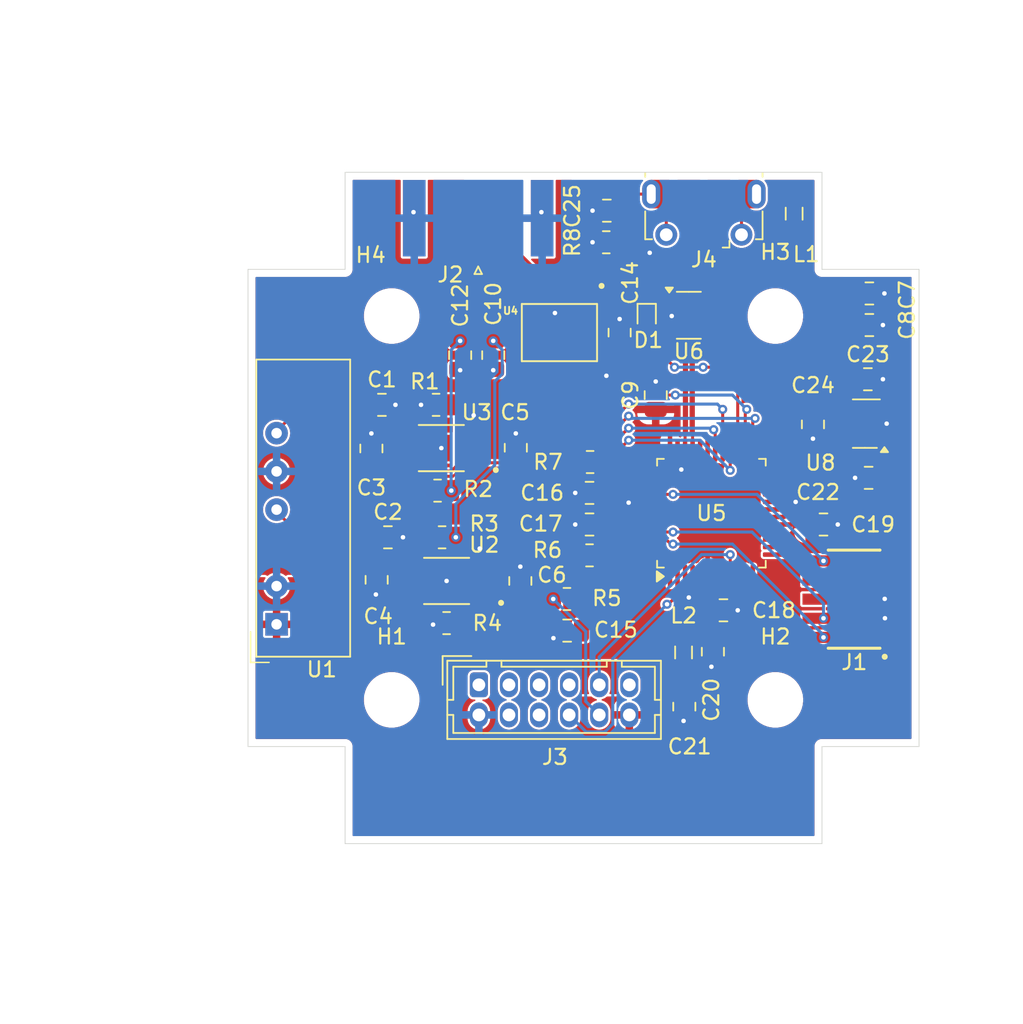
<source format=kicad_pcb>
(kicad_pcb (version 20240108) (generator "pcbnew") (generator_version "8.0")
  (layers (0 "F.Cu" signal) (31 "B.Cu" signal) (34 "B.Paste" user) (35 "F.Paste" user) (36 "B.SilkS" user "B.Silkscreen") (37 "F.SilkS" user "F.Silkscreen") (38 "B.Mask" user) (39 "F.Mask" user) (44 "Edge.Cuts" user))
  (net 0 "")
  (net 1 "+15V")
  (net 2 "GND")
  (net 3 "-15V")
  (net 4 "Net-(U3-NR{slash}SS)")
  (net 5 "Net-(U2-NR{slash}SS)")
  (net 6 "+12V")
  (net 7 "-12V")
  (net 8 "+5V")
  (net 9 "+3.3V")
  (net 10 "S_OUT")
  (net 11 "Net-(U5-VDDCORE)")
  (net 12 "SWDIO")
  (net 16 "SWDCLK")
  (net 17 "Net-(J2-In)")
  (net 21 "S_DIN")
  (net 22 "Net-(J3-Pin_10)")
  (net 24 "S_CLK")
  (net 27 "+5V_USB")
  (net 28 "Net-(U3-FB)")
  (net 29 "Net-(U2-FB)")
  (net 33 "SYNC")
  (net 35 "CLK")
  (net 36 "LDAC")
  (net 37 "MISO")
  (net 39 "MOSI")
  (net 41 "ID")
  (net 42 "Net-(D1-K)")
  (net 43 "RESET")
  (net 46 "Net-(J4-D+)")
  (net 47 "Net-(J4-D-)")
  (net 51 "D-")
  (net 68 "D+")
  (net 73 "Net-(J4-Shield)")
  (net 74 "VDD")
  (net 75 "Net-(U8-BP)")
  (footprint "Converter_DCDC:Converter_DCDC_Murata_NMAxxxxSC_THT" (layer "F.Cu") (at 125.5 105.3825 180)
    (property "Reference" "U1")
    (property "Value" "NMA0515SC")
  )
  (footprint "Capacitor_SMD:C_0805_2012Metric" (layer "F.Cu") (at 150.7 90.15 90)
    (property "Reference" "C9")
    (property "Value" "100n")
  )
  (footprint "Capacitor_SMD:C_0805_2012Metric" (layer "F.Cu") (at 164.9 83.4 180)
    (property "Reference" "C7")
    (property "Value" "10u")
  )
  (footprint "Capacitor_SMD:C_0805_2012Metric" (layer "F.Cu") (at 147.45 77.9)
    (property "Reference" "C25")
    (property "Value" "4.5n")
  )
  (footprint "Resistor_SMD:R_0805_2012Metric" (layer "F.Cu") (at 147.4125 80 180)
    (property "Reference" "R8")
    (property "Value" "1M")
  )
  (footprint "MountingHole:MountingHole_3.2mm_M3" (layer "F.Cu") (at 158.65 110.4)
    (property "Reference" "H2")
    (property "Value" "MountingHole")
  )
  (footprint "Capacitor_SMD:C_0805_2012Metric" (layer "F.Cu") (at 141.4 93.65 90)
    (property "Reference" "C5")
    (property "Value" "10u")
  )
  (footprint "Capacitor_SMD:C_0805_2012Metric" (layer "F.Cu") (at 139.9 87.5 -90)
    (property "Reference" "C10")
    (property "Value" "100n")
  )
  (footprint "Capacitor_SMD:C_0805_2012Metric" (layer "F.Cu") (at 137.7 87.5 -90)
    (property "Reference" "C12")
    (property "Value" "100n")
  )
  (footprint "Capacitor_SMD:C_0805_2012Metric" (layer "F.Cu") (at 141.7 102.5 90)
    (property "Reference" "C6")
    (property "Value" "10u")
  )
  (footprint "Capacitor_SMD:C_0805_2012Metric" (layer "F.Cu") (at 161.85 98.75)
    (property "Reference" "C19")
    (property "Value" "100n")
  )
  (footprint "Capacitor_SMD:C_0805_2012Metric" (layer "F.Cu") (at 164.85 95.65)
    (property "Reference" "C22")
    (property "Value" "1u")
  )
  (footprint "Capacitor_SMD:C_0805_2012Metric" (layer "F.Cu") (at 146.3 98.75 180)
    (property "Reference" "C17")
    (property "Value" "100n")
  )
  (footprint "Capacitor_SMD:C_0805_2012Metric" (layer "F.Cu") (at 164.8 89.1 180)
    (property "Reference" "C23")
    (property "Value" "1u")
  )
  (footprint "Resistor_SMD:R_0805_2012Metric" (layer "F.Cu") (at 146.3375 94.6)
    (property "Reference" "R7")
    (property "Value" "10k")
  )
  (footprint "Resistor_SMD:R_0805_2012Metric" (layer "F.Cu") (at 136.8 105.3 180)
    (property "Reference" "R4")
    (property "Value" "10k")
  )
  (footprint "Capacitor_SMD:C_0805_2012Metric" (layer "F.Cu") (at 148.3 86 90)
    (property "Reference" "C14")
    (property "Value" "100n")
  )
  (footprint "Connector_USB:USB_Micro-B_Molex-105017-0001" (layer "F.Cu") (at 153.9 78.0375 180)
    (property "Reference" "J4")
    (property "Value" "USB_B_Micro")
  )
  (footprint "Capacitor_SMD:C_0805_2012Metric" (layer "F.Cu") (at 131.8 93.7 90)
    (property "Reference" "C3")
    (property "Value" "10n")
  )
  (footprint "Capacitor_SMD:C_0805_2012Metric" (layer "F.Cu") (at 146.3 96.65)
    (property "Reference" "C16")
    (property "Value" "1u")
  )
  (footprint "TPS7A3001DGNT:SOP65P490X110-9N" (layer "F.Cu") (at 136.45 93.675 180)
    (property "Reference" "U3")
    (property "Value" "TPS7A4901DGNR")
  )
  (footprint "Capacitor_SMD:C_0805_2012Metric" (layer "F.Cu") (at 152.6 110.85 -90)
    (property "Reference" "C21")
    (property "Value" "10u")
  )
  (footprint "MountingHole:MountingHole_3.2mm_M3" (layer "F.Cu") (at 133.15 110.4)
    (property "Reference" "H1")
    (property "Value" "MountingHole")
  )
  (footprint "Package_TO_SOT_SMD:SOT-23-6" (layer "F.Cu") (at 152.9 84.85)
    (property "Reference" "U6")
    (property "Value" "IP4234CZ6")
  )
  (footprint "Capacitor_SMD:C_0805_2012Metric" (layer "F.Cu") (at 132.5 90.8)
    (property "Reference" "C1")
    (property "Value" "10u")
  )
  (footprint "Resistor_SMD:R_0805_2012Metric" (layer "F.Cu") (at 136.1 90.8 180)
    (property "Reference" "R1")
    (property "Value" "10k")
  )
  (footprint "Capacitor_SMD:C_0805_2012Metric" (layer "F.Cu") (at 164.9 85.5)
    (property "Reference" "C8")
    (property "Value" "100n")
  )
  (footprint "Capacitor_SMD:C_0805_2012Metric" (layer "F.Cu") (at 154.5 107.2 -90)
    (property "Reference" "C20")
    (property "Value" "10u")
  )
  (footprint "MountingHole:MountingHole_3.2mm_M3" (layer "F.Cu") (at 158.65 84.9)
    (property "Reference" "H3")
    (property "Value" "MountingHole")
  )
  (footprint "Capacitor_SMD:C_0805_2012Metric" (layer "F.Cu") (at 161.15 92.1 90)
    (property "Reference" "C24")
    (property "Value" "10n")
  )
  (footprint "Capacitor_SMD:C_0805_2012Metric" (layer "F.Cu") (at 132.9 99.6)
    (property "Reference" "C2")
    (property "Value" "10u")
  )
  (footprint "Connector_Hirose:Hirose_DF11-12DP-2DSA_2x06_P2.00mm_Vertical" (layer "F.Cu") (at 138.945 109.4)
    (property "Reference" "J3")
    (property "Value" "Conn_02x06_Counter_Clockwise")
  )
  (footprint "MountingHole:MountingHole_3.2mm_M3" (layer "F.Cu") (at 133.15 84.9)
    (property "Reference" "H4")
    (property "Value" "MountingHole")
  )
  (footprint "Package_QFP:TQFP-48_7x7mm_P0.5mm" (layer "F.Cu") (at 154.4 98 90)
    (property "Reference" "U5")
    (property "Value" "ATSAMD21G18A-A")
  )
  (footprint "Capacitor_SMD:C_0805_2012Metric" (layer "F.Cu") (at 155.2 104.45)
    (property "Reference" "C18")
    (property "Value" "100n")
  )
  (footprint "FTSH-105-01-F-DV-P-TR:SAMTEC_FTSH-105-01-F-DV-P-TR" (layer "F.Cu") (at 163.885 103.71 90)
    (property "Reference" "J1")
    (property "Value" "FTSH-105-01-F-DV-P-TR" (hide yes))
  )
  (footprint "Resistor_SMD:R_0805_2012Metric" (layer "F.Cu") (at 136.2 96.5 180)
    (property "Reference" "R2")
    (property "Value" "93.1k")
  )
  (footprint "Diode_SMD:D_SOD-882" (layer "F.Cu") (at 150.1 84.9 -90)
    (property "Reference" "D1")
    (property "Value" "PMEG2005EL")
  )
  (footprint "AD5761RBRUZ-RL7:SOP65P640X120-16N" (layer "F.Cu") (at 144.3 86 -90)
    (property "Reference" "U4")
    (property "Value" "AD5761RBRUZ-RL7")
  )
  (footprint "Resistor_SMD:R_0805_2012Metric" (layer "F.Cu") (at 146.3 100.8)
    (property "Reference" "R6")
    (property "Value" "10k")
  )
  (footprint "Capacitor_SMD:C_0805_2012Metric" (layer "F.Cu") (at 132.15 102.425 -90)
    (property "Reference" "C4")
    (property "Value" "10n")
  )
  (footprint "Resistor_SMD:R_0805_2012Metric" (layer "F.Cu") (at 144.8 103.7)
    (property "Reference" "R5")
    (property "Value" "1.5k")
  )
  (footprint "Inductor_SMD:L_0805_2012Metric" (layer "F.Cu") (at 152.55 107.25 -90)
    (property "Reference" "L2")
    (property "Value" "10u")
  )
  (footprint "Package_TO_SOT_SMD:SOT-23-5_HandSoldering" (layer "F.Cu") (at 164.7 92.05 180)
    (property "Reference" "U8")
    (property "Value" "LDK130-32_SOT23_SOT353")
  )
  (footprint "TPS7A3001DGNT:SOP65P490X110-9N" (layer "F.Cu") (at 136.8 102.5 180)
    (property "Reference" "U2")
    (property "Value" "TPS7A3001DGNT")
  )
  (footprint "Resistor_SMD:R_0805_2012Metric" (layer "F.Cu") (at 136.5 99.6 180)
    (property "Reference" "R3")
    (property "Value" "93.1k")
  )
  (footprint "Capacitor_SMD:C_0805_2012Metric" (layer "F.Cu") (at 144.8125 105.8 180)
    (property "Reference" "C15")
    (property "Value" "100p")
  )
  (footprint "Inductor_SMD:L_0805_2012Metric" (layer "F.Cu") (at 159.9 78.1 -90)
    (property "Reference" "L1")
    (property "Value" "10u")
  )
  (footprint "Connector_Coaxial:SMA_Amphenol_132289_EdgeMount" (layer "F.Cu") (at 138.9 78.4 90)
    (property "Reference" "J2")
    (property "Value" "Conn_Coaxial")
  )
  (gr_line (start 161.75 119.95) (end 161.75 113.5) (stroke (width 0.05)) (layer "Edge.Cuts"))
  (gr_line (start 168.2 81.8) (end 168.2 113.5) (stroke (width 0.05)) (layer "Edge.Cuts"))
  (gr_line (start 161.75 113.5) (end 168.2 113.5) (stroke (width 0.05)) (layer "Edge.Cuts"))
  (gr_line (start 123.6 113.5) (end 123.6 81.8) (stroke (width 0.05)) (layer "Edge.Cuts"))
  (gr_line (start 130.05 75.35) (end 161.75 75.35) (stroke (width 0.05)) (layer "Edge.Cuts"))
  (gr_line (start 168.2 81.8) (end 161.75 81.8) (stroke (width 0.05)) (layer "Edge.Cuts"))
  (gr_line (start 161.75 75.35) (end 161.75 81.8) (stroke (width 0.05)) (layer "Edge.Cuts"))
  (gr_line (start 161.75 119.95) (end 130.05 119.95) (stroke (width 0.05)) (layer "Edge.Cuts"))
  (gr_line (start 123.6 81.8) (end 130.05 81.8) (stroke (width 0.05)) (layer "Edge.Cuts"))
  (gr_line (start 130.05 75.35) (end 130.05 81.8) (stroke (width 0.05)) (layer "Edge.Cuts"))
  (gr_line (start 130.05 119.95) (end 130.05 113.5) (stroke (width 0.05)) (layer "Edge.Cuts"))
  (gr_line (start 123.6 113.5) (end 130.05 113.5) (stroke (width 0.05)) (layer "Edge.Cuts"))
  (segment (start 135.335 93.000001) (end 135.034999 92.7) (width 0.2) (layer "F.Cu") (net 1))
  (segment (start 135.015778 94.65) (end 135.335 94.330778) (width 0.2) (layer "F.Cu") (net 1))
  (segment (start 134.3 94.65) (end 135.015778 94.65) (width 0.2) (layer "F.Cu") (net 1))
  (segment (start 134.3 94.65) (end 133.565001 94.65) (width 0.2) (layer "F.Cu") (net 1))
  (segment (start 131.55 90.8) (end 132.975 92.225) (width 0.2) (layer "F.Cu") (net 1))
  (segment (start 132.975 92.225) (end 133.45 92.7) (width 0.2) (layer "F.Cu") (net 1))
  (segment (start 125.3675 92.6825) (end 127.25 90.8) (width 0.2) (layer "F.Cu") (net 1))
  (segment (start 135.335 94.330778) (end 135.335 93.000001) (width 0.2) (layer "F.Cu") (net 1))
  (segment (start 127.25 90.8) (end 131.55 90.8) (width 0.2) (layer "F.Cu") (net 1))
  (segment (start 133.45 92.7) (end 134.3 92.7) (width 0.2) (layer "F.Cu") (net 1))
  (segment (start 135.034999 92.7) (end 134.3 92.7) (width 0.2) (layer "F.Cu") (net 1))
  (segment (start 153.65 102.1625) (end 153.65 102.93241) (width 0.2) (layer "F.Cu") (net 2))
  (segment (start 152.15 94.85) (end 152.4 95.1) (width 0.2) (layer "F.Cu") (net 2))
  (segment (start 159.33241 98.25) (end 160 97.58241) (width 0.2) (layer "F.Cu") (net 2))
  (segment (start 152.6 79.749569) (end 152.6 79.5) (width 0.2) (layer "F.Cu") (net 2))
  (segment (start 143.975 84.675) (end 144 84.7) (width 0.2) (layer "F.Cu") (net 2))
  (segment (start 149.35 97.75) (end 148.9 97.3) (width 0.2) (layer "F.Cu") (net 2))
  (segment (start 151.649569 80.7) (end 152.6 79.749569) (width 0.2) (layer "F.Cu") (net 2))
  (segment (start 150.2375 97.75) (end 149.35 97.75) (width 0.2) (layer "F.Cu") (net 2))
  (segment (start 147.42 88.87) (end 146.575 88.87) (width 0.2) (layer "F.Cu") (net 2))
  (segment (start 152.15 93.8375) (end 152.15 94.85) (width 0.2) (layer "F.Cu") (net 2))
  (segment (start 158.5625 98.25) (end 159.33241 98.25) (width 0.2) (layer "F.Cu") (net 2))
  (segment (start 150.3 80.7) (end 151.649569 80.7) (width 0.2) (layer "F.Cu") (net 2))
  (segment (start 138.6 91.5) (end 138.6 92.7) (width 0.2) (layer "F.Cu") (net 2))
  (segment (start 139 100.35) (end 139 101.475) (width 0.2) (layer "F.Cu") (net 2))
  (segment (start 143.975 83.13) (end 143.975 84.675) (width 0.2) (layer "F.Cu") (net 2))
  (segment (start 160 97.58241) (end 160 97.25) (width 0.2) (layer "F.Cu") (net 2))
  (segment (start 139 101.475) (end 138.95 101.525) (width 0.2) (layer "F.Cu") (net 2))
  (segment (start 152.98241 103.6) (end 152.9 103.6) (width 0.2) (layer "F.Cu") (net 2))
  (segment (start 153.65 102.93241) (end 152.98241 103.6) (width 0.2) (layer "F.Cu") (net 2))
  (via (at 152.4 95.1) (size 0.6) (drill 0.3) (layers "F.Cu" "B.Cu") (net 2))
  (via (at 133.4 90.8) (size 0.6) (drill 0.3) (layers "F.Cu" "B.Cu") (net 2))
  (via (at 132.1 103.4) (size 0.6) (drill 0.3) (layers "F.Cu" "B.Cu") (net 2))
  (via (at 165.92 103.69) (size 0.6) (drill 0.3) (layers "F.Cu" "B.Cu") (net 2))
  (via (at 136.8 102.5) (size 0.6) (drill 0.3) (layers "F.Cu" "B.Cu") (net 2))
  (via (at 152.9 103.6) (size 0.6) (drill 0.3) (layers "F.Cu" "B.Cu") (net 2))
  (via (at 162.8 98.75) (size 0.6) (drill 0.3) (layers "F.Cu" "B.Cu") (net 2))
  (via (at 143.1 78) (size 0.6) (drill 0.3) (layers "F.Cu" "B.Cu") (net 2))
  (via (at 150.3 80.7) (size 0.6) (drill 0.3) (layers "F.Cu" "B.Cu") (net 2))
  (via (at 141.4 92.7) (size 0.6) (drill 0.3) (layers "F.Cu" "B.Cu") (net 2))
  (via (at 165.935 104.9775) (size 0.6) (drill 0.3) (layers "F.Cu" "B.Cu") (net 2))
  (via (at 161.15 93.05) (size 0.6) (drill 0.3) (layers "F.Cu" "B.Cu") (net 2))
  (via (at 150.7 89.25) (size 0.6) (drill 0.3) (layers "F.Cu" "B.Cu") (net 2))
  (via (at 148.3 85.1) (size 0.6) (drill 0.3) (layers "F.Cu" "B.Cu") (net 2))
  (via (at 156.15 104.45) (size 0.6) (drill 0.3) (layers "F.Cu" "B.Cu") (net 2))
  (via (at 165.8 89.1) (size 0.6) (drill 0.3) (layers "F.Cu" "B.Cu") (net 2))
  (via (at 145.35 96.65) (size 0.6) (drill 0.3) (layers "F.Cu" "B.Cu") (net 2))
  (via (at 134.6 78) (size 0.6) (drill 0.3) (layers "F.Cu" "B.Cu") (net 2))
  (via (at 148.9 97.3) (size 0.6) (drill 0.3) (layers "F.Cu" "B.Cu") (net 2))
  (via (at 165.9 83.4) (size 0.6) (drill 0.3) (layers "F.Cu" "B.Cu") (net 2))
  (via (at 131.8 92.7) (size 0.6) (drill 0.3) (layers "F.Cu" "B.Cu") (net 2))
  (via (at 141.7 101.55) (size 0.6) (drill 0.3) (layers "F.Cu" "B.Cu") (net 2))
  (via (at 135.1 90.8) (size 0.6) (drill 0.3) (layers "F.Cu" "B.Cu") (net 2))
  (via (at 160 97.25) (size 0.6) (drill 0.3) (layers "F.Cu" "B.Cu") (net 2))
  (via (at 146.5 80) (size 0.6) (drill 0.3) (layers "F.Cu" "B.Cu") (net 2))
  (via (at 166.05 92.05) (size 0.6) (drill 0.3) (layers "F.Cu" "B.Cu") (net 2))
  (via (at 135.9 105.4) (size 0.6) (drill 0.3) (layers "F.Cu" "B.Cu") (net 2))
  (via (at 139.9 88.5) (size 0.6) (drill 0.3) (layers "F.Cu" "B.Cu") (net 2))
  (via (at 143.9 106.3) (size 0.6) (drill 0.3) (layers "F.Cu" "B.Cu") (net 2))
  (via (at 163.95 95.65) (size 0.6) (drill 0.3) (layers "F.Cu" "B.Cu") (net 2))
  (via (at 146.5 77.9) (size 0.6) (drill 0.3) (layers "F.Cu" "B.Cu") (net 2))
  (via (at 136.45 93.675) (size 0.6) (drill 0.3) (layers "F.Cu" "B.Cu") (net 2))
  (via (at 145.35 98.75) (size 0.6) (drill 0.3) (layers "F.Cu" "B.Cu") (net 2))
  (via (at 151.7625 84.9) (size 0.6) (drill 0.3) (layers "F.Cu" "B.Cu") (net 2))
  (via (at 147.42 88.87) (size 0.6) (drill 0.3) (layers "F.Cu" "B.Cu") (net 2))
  (via (at 133.9 99.6) (size 0.6) (drill 0.3) (layers "F.Cu" "B.Cu") (net 2))
  (via (at 165.8 85.5) (size 0.6) (drill 0.3) (layers "F.Cu" "B.Cu") (net 2))
  (via (at 139 100.35) (size 0.6) (drill 0.3) (layers "F.Cu" "B.Cu") (net 2))
  (via (at 154.4 108.2) (size 0.6) (drill 0.3) (layers "F.Cu" "B.Cu") (net 2))
  (via (at 152.55 111.8) (size 0.6) (drill 0.3) (layers "F.Cu" "B.Cu") (net 2))
  (via (at 137.7 88.5) (size 0.6) (drill 0.3) (layers "F.Cu" "B.Cu") (net 2))
  (via (at 138.6 91.5) (size 0.6) (drill 0.3) (layers "F.Cu" "B.Cu") (net 2))
  (via (at 144 84.7) (size 0.6) (drill 0.3) (layers "F.Cu" "B.Cu") (net 2))
  (segment (start 135.384999 101.525) (end 135.685 101.825001) (width 0.2) (layer "F.Cu") (net 3))
  (segment (start 127.205 99.6) (end 131.95 99.6) (width 0.2) (layer "F.Cu") (net 3))
  (segment (start 134.65 101.525) (end 135.384999 101.525) (width 0.2) (layer "F.Cu") (net 3))
  (segment (start 135.365778 103.475) (end 134.65 103.475) (width 0.2) (layer "F.Cu") (net 3))
  (segment (start 125.3675 97.7625) (end 127.205 99.6) (width 0.2) (layer "F.Cu") (net 3))
  (segment (start 135.685 101.825001) (end 135.685 103.155778) (width 0.2) (layer "F.Cu") (net 3))
  (segment (start 133.375 101.025) (end 133.875 101.525) (width 0.2) (layer "F.Cu") (net 3))
  (segment (start 133.875 101.525) (end 134.65 101.525) (width 0.2) (layer "F.Cu") (net 3))
  (segment (start 131.95 99.6) (end 133.375 101.025) (width 0.2) (layer "F.Cu") (net 3))
  (segment (start 135.685 103.155778) (end 135.365778 103.475) (width 0.2) (layer "F.Cu") (net 3))
  (segment (start 131.8 94.65) (end 133.1 93.35) (width 0.2) (layer "F.Cu") (net 4))
  (segment (start 133.1 93.35) (end 134.3 93.35) (width 0.2) (layer "F.Cu") (net 4))
  (segment (start 132.15 101.475) (end 132.85 102.175) (width 0.2) (layer "F.Cu") (net 5))
  (segment (start 132.85 102.175) (end 134.65 102.175) (width 0.2) (layer "F.Cu") (net 5))
  (segment (start 141.6 94.65) (end 138.6 94.65) (width 0.2) (layer "F.Cu") (net 6))
  (segment (start 137.1125 96.5) (end 137.1125 96.1375) (width 0.2) (layer "F.Cu") (net 6))
  (segment (start 142.025 83.13) (end 141.12 83.13) (width 0.2) (layer "F.Cu") (net 6))
  (segment (start 141.12 83.13) (end 137.7 86.55) (width 0.2) (layer "F.Cu") (net 6))
  (segment (start 137.1125 96.1375) (end 138.6 94.65) (width 0.2) (layer "F.Cu") (net 6))
  (via (at 137.1125 96.5) (size 0.6) (drill 0.3) (layers "F.Cu" "B.Cu") (net 6))
  (via (at 137.7 86.55) (size 0.6) (drill 0.3) (layers "F.Cu" "B.Cu") (net 6))
  (segment (start 137.1 96.4875) (end 137.1 87.15) (width 0.2) (layer "B.Cu") (net 6))
  (segment (start 137.1 87.15) (end 137.7 86.55) (width 0.2) (layer "B.Cu") (net 6))
  (segment (start 137.1125 96.5) (end 137.1 96.4875) (width 0.2) (layer "B.Cu") (net 6))
  (segment (start 140.690001 103.45) (end 140.2 102.959999) (width 0.2) (layer "F.Cu") (net 7))
  (segment (start 139.9 86.55) (end 140.53918 86.55) (width 0.2) (layer "F.Cu") (net 7))
  (segment (start 140.53918 86.55) (end 143.325 83.76418) (width 0.2) (layer "F.Cu") (net 7))
  (segment (start 143.325 83.76418) (end 143.325 83.13) (width 0.2) (layer "F.Cu") (net 7))
  (segment (start 140.2 100.2) (end 140.2 102.959999) (width 0.2) (layer "F.Cu") (net 7))
  (segment (start 140.2 102.959999) (end 139.684999 103.475) (width 0.2) (layer "F.Cu") (net 7))
  (segment (start 139.684999 103.475) (end 138.95 103.475) (width 0.2) (layer "F.Cu") (net 7))
  (segment (start 141.8 103.45) (end 140.690001 103.45) (width 0.2) (layer "F.Cu") (net 7))
  (segment (start 139.6 99.6) (end 140.2 100.2) (width 0.2) (layer "F.Cu") (net 7))
  (segment (start 137.4125 99.6) (end 139.6 99.6) (width 0.2) (layer "F.Cu") (net 7))
  (via (at 139.9 86.55) (size 0.6) (drill 0.3) (layers "F.Cu" "B.Cu") (net 7))
  (via (at 137.4125 99.6) (size 0.6) (drill 0.3) (layers "F.Cu" "B.Cu") (net 7))
  (segment (start 140 89.248529) (end 140.5 88.748529) (width 0.2) (layer "B.Cu") (net 7))
  (segment (start 140.5 87.15) (end 139.9 86.55) (width 0.2) (layer "B.Cu") (net 7))
  (segment (start 137.4125 97.3875) (end 140 94.8) (width 0.2) (layer "B.Cu") (net 7))
  (segment (start 140.5 88.748529) (end 140.5 87.15) (width 0.2) (layer "B.Cu") (net 7))
  (segment (start 140 94.8) (end 140 89.248529) (width 0.2) (layer "B.Cu") (net 7))
  (segment (start 137.4125 99.6) (end 137.4125 97.3875) (width 0.2) (layer "B.Cu") (net 7))
  (segment (start 145.7625 103.75) (end 145.7125 103.7) (width 0.2) (layer "F.Cu") (net 10))
  (segment (start 148.35 101.575) (end 148.35 100.75) (width 0.2) (layer "F.Cu") (net 10))
  (segment (start 148.35 100.75) (end 148.85 100.25) (width 0.2) (layer "F.Cu") (net 10))
  (segment (start 148.85 100.25) (end 150.2375 100.25) (width 0.2) (layer "F.Cu") (net 10))
  (segment (start 145.7625 105.8) (end 145.7625 103.75) (width 0.2) (layer "F.Cu") (net 10))
  (segment (start 146.225 103.7) (end 148.35 101.575) (width 0.2) (layer "F.Cu") (net 10))
  (segment (start 145.7125 103.7) (end 146.225 103.7) (width 0.2) (layer "F.Cu") (net 10))
  (segment (start 145.7625 106.2) (end 145.7625 105.621814) (width 0.2) (layer "F.Cu") (net 10))
  (segment (start 148.85 98.25) (end 150.2375 98.25) (width 0.2) (layer "F.Cu") (net 11))
  (segment (start 147.25 96.65) (end 148.85 98.25) (width 0.2) (layer "F.Cu") (net 11))
  (segment (start 151.85 100.050003) (end 151.700003 100.050003) (width 0.2) (layer "F.Cu") (net 12))
  (segment (start 151.700003 100.050003) (end 151.4 99.75) (width 0.2) (layer "F.Cu") (net 12))
  (segment (start 151.4 99.75) (end 150.2375 99.75) (width 0.2) (layer "F.Cu") (net 12))
  (via (at 161.85 106.25) (size 0.6) (drill 0.3) (layers "F.Cu" "B.Cu") (net 12))
  (via (at 151.85 100.050003) (size 0.6) (drill 0.3) (layers "F.Cu" "B.Cu") (net 12))
  (segment (start 161.85 106.101471) (end 155.798532 100.050003) (width 0.2) (layer "B.Cu") (net 12))
  (segment (start 161.85 106.25) (end 161.85 106.101471) (width 0.2) (layer "B.Cu") (net 12))
  (segment (start 155.798532 100.050003) (end 151.85 100.050003) (width 0.2) (layer "B.Cu") (net 12))
  (segment (start 151.85 99.25) (end 150.2375 99.25) (width 0.2) (layer "F.Cu") (net 16))
  (segment (start 147.2125 100.8) (end 148.7625 99.25) (width 0.2) (layer "F.Cu") (net 16))
  (segment (start 148.7625 99.25) (end 150.2375 99.25) (width 0.2) (layer "F.Cu") (net 16))
  (via (at 161.85 104.98) (size 0.6) (drill 0.3) (layers "F.Cu" "B.Cu") (net 16))
  (via (at 151.85 99.25) (size 0.6) (drill 0.3) (layers "F.Cu" "B.Cu") (net 16))
  (segment (start 157.1 99.25) (end 151.85 99.25) (width 0.2) (layer "B.Cu") (net 16))
  (segment (start 161.85 104.98) (end 161.85 104) (width 0.2) (layer "B.Cu") (net 16))
  (segment (start 161.85 104) (end 157.1 99.25) (width 0.2) (layer "B.Cu") (net 16))
  (segment (start 142.675 81.775) (end 142.675 83.13) (width 0.2) (layer "F.Cu") (net 17))
  (segment (start 138.9 78) (end 142.675 81.775) (width 0.2) (layer "F.Cu") (net 17))
  (segment (start 155.65 100.75) (end 155.65 102.1625) (width 0.2) (layer "F.Cu") (net 21))
  (via (at 155.65 100.75) (size 0.6) (drill 0.3) (layers "F.Cu" "B.Cu") (net 21))
  (segment (start 146.945 109.4) (end 146.945 107.555) (width 0.2) (layer "B.Cu") (net 21))
  (segment (start 146.945 107.555) (end 153.75 100.75) (width 0.2) (layer "B.Cu") (net 21))
  (segment (start 153.75 100.75) (end 155.65 100.75) (width 0.2) (layer "B.Cu") (net 21))
  (via (at 143.8875 103.7) (size 0.6) (drill 0.3) (layers "F.Cu" "B.Cu") (net 22))
  (segment (start 146.045 110.5) (end 146.045 105.8575) (width 0.2) (layer "B.Cu") (net 22))
  (segment (start 146.045 105.8575) (end 143.8875 103.7) (width 0.2) (layer "B.Cu") (net 22))
  (segment (start 146.945 111.4) (end 146.045 110.5) (width 0.2) (layer "B.Cu") (net 22))
  (segment (start 151.45 104.05) (end 151.53241 104.05) (width 0.2) (layer "F.Cu") (net 24))
  (segment (start 152.65 102.93241) (end 152.65 102.1625) (width 0.2) (layer "F.Cu") (net 24))
  (segment (start 151.53241 104.05) (end 152.65 102.93241) (width 0.2) (layer "F.Cu") (net 24))
  (via (at 151.45 104.05) (size 0.6) (drill 0.3) (layers "F.Cu" "B.Cu") (net 24))
  (segment (start 146.07 112.525) (end 144.945 111.4) (width 0.2) (layer "B.Cu") (net 24))
  (segment (start 147.845 107.655) (end 147.845 111.997792) (width 0.2) (layer "B.Cu") (net 24))
  (segment (start 151.45 104.05) (end 147.845 107.655) (width 0.2) (layer "B.Cu") (net 24))
  (segment (start 147.845 111.997792) (end 147.317792 112.525) (width 0.2) (layer "B.Cu") (net 24))
  (segment (start 147.317792 112.525) (end 146.07 112.525) (width 0.2) (layer "B.Cu") (net 24))
  (segment (start 155.2 79.5) (end 155.2 80.2) (width 0.2) (layer "F.Cu") (net 27))
  (segment (start 155.2 80.2) (end 155.8 80.8) (width 0.2) (layer "F.Cu") (net 27))
  (segment (start 155.8 80.8) (end 158.3 80.8) (width 0.2) (layer "F.Cu") (net 27))
  (segment (start 154.0375 84.9) (end 154.699999 84.9) (width 0.2) (layer "F.Cu") (net 27))
  (segment (start 159 80.1) (end 159 77.4) (width 0.2) (layer "F.Cu") (net 27))
  (segment (start 159.3625 77.0375) (end 159.9 77.0375) (width 0.2) (layer "F.Cu") (net 27))
  (segment (start 155.8 83.799999) (end 155.8 80.8) (width 0.2) (layer "F.Cu") (net 27))
  (segment (start 159 77.4) (end 159.3625 77.0375) (width 0.2) (layer "F.Cu") (net 27))
  (segment (start 158.3 80.8) (end 159 80.1) (width 0.2) (layer "F.Cu") (net 27))
  (segment (start 154.699999 84.9) (end 155.8 83.799999) (width 0.2) (layer "F.Cu") (net 27))
  (segment (start 137.4625 93.6625) (end 137.8 94) (width 0.2) (layer "F.Cu") (net 28))
  (segment (start 135.2875 95.5125) (end 135.6 95.2) (width 0.2) (layer "F.Cu") (net 28))
  (segment (start 137.565 94.7525) (end 137.565 94.319222) (width 0.2) (layer "F.Cu") (net 28))
  (segment (start 137.8 94) (end 138.6 94) (width 0.2) (layer "F.Cu") (net 28))
  (segment (start 135.6 95.2) (end 137.1175 95.2) (width 0.2) (layer "F.Cu") (net 28))
  (segment (start 137.1175 95.2) (end 137.565 94.7525) (width 0.2) (layer "F.Cu") (net 28))
  (segment (start 137.4625 91.25) (end 137.4625 93.6625) (width 0.2) (layer "F.Cu") (net 28))
  (segment (start 137.884222 94) (end 138.6 94) (width 0.2) (layer "F.Cu") (net 28))
  (segment (start 137.0125 90.8) (end 137.4625 91.25) (width 0.2) (layer "F.Cu") (net 28))
  (segment (start 135.2875 96.5) (end 135.2875 95.5125) (width 0.2) (layer "F.Cu") (net 28))
  (segment (start 137.565 94.319222) (end 137.884222 94) (width 0.2) (layer "F.Cu") (net 28))
  (segment (start 136 100.8) (end 137.2 100.8) (width 0.2) (layer "F.Cu") (net 29))
  (segment (start 135.5875 100.3875) (end 136 100.8) (width 0.2) (layer "F.Cu") (net 29))
  (segment (start 137.2 100.8) (end 137.915 101.515) (width 0.2) (layer "F.Cu") (net 29))
  (segment (start 135.5875 99.6) (end 135.5875 100.3875) (width 0.2) (layer "F.Cu") (net 29))
  (segment (start 137.915 101.515) (end 137.915 102.524999) (width 0.2) (layer "F.Cu") (net 29))
  (segment (start 137.8125 105.2) (end 137.8125 103.227501) (width 0.2) (layer "F.Cu") (net 29))
  (segment (start 137.7125 105.3) (end 137.8125 105.2) (width 0.2) (layer "F.Cu") (net 29))
  (segment (start 138.215001 102.825) (end 138.95 102.825) (width 0.2) (layer "F.Cu") (net 29))
  (segment (start 137.915 102.524999) (end 138.215001 102.825) (width 0.2) (layer "F.Cu") (net 29))
  (segment (start 137.8125 103.227501) (end 138.215001 102.825) (width 0.2) (layer "F.Cu") (net 29))
  (segment (start 148.879759 90.75) (end 148.9 90.75) (width 0.2) (layer "F.Cu") (net 33))
  (segment (start 144.625 88.87) (end 144.625 90.875) (width 0.2) (layer "F.Cu") (net 33))
  (segment (start 144.625 90.875) (end 145.55 91.8) (width 0.2) (layer "F.Cu") (net 33))
  (segment (start 145.55 91.8) (end 147.829759 91.8) (width 0.2) (layer "F.Cu") (net 33))
  (segment (start 155.15 91.1) (end 155.15 93.8375) (width 0.2) (layer "F.Cu") (net 33))
  (segment (start 147.829759 91.8) (end 148.879759 90.75) (width 0.2) (layer "F.Cu") (net 33))
  (via (at 155.15 91.1) (size 0.6) (drill 0.3) (layers "F.Cu" "B.Cu") (net 33))
  (via (at 148.9 90.75) (size 0.6) (drill 0.3) (layers "F.Cu" "B.Cu") (net 33))
  (segment (start 154.8 90.75) (end 155.15 91.1) (width 0.2) (layer "B.Cu") (net 33))
  (segment (start 148.9 90.75) (end 154.8 90.75) (width 0.2) (layer "B.Cu") (net 33))
  (segment (start 147.579756 91.25) (end 148.679756 90.15) (width 0.2) (layer "F.Cu") (net 35))
  (segment (start 146 91.25) (end 147.579756 91.25) (width 0.2) (layer "F.Cu") (net 35))
  (segment (start 156.75 91.1) (end 156.65 91.2) (width 0.2) (layer "F.Cu") (net 35))
  (segment (start 148.679756 90.15) (end 152 90.15) (width 0.2) (layer "F.Cu") (net 35))
  (segment (start 145.275 90.525) (end 146 91.25) (width 0.2) (layer "F.Cu") (net 35))
  (segment (start 145.275 88.87) (end 145.275 90.525) (width 0.2) (layer "F.Cu") (net 35))
  (segment (start 156.65 91.2) (end 156.65 93.8375) (width 0.2) (layer "F.Cu") (net 35))
  (via (at 152 90.15) (size 0.6) (drill 0.3) (layers "F.Cu" "B.Cu") (net 35))
  (via (at 156.75 91.1) (size 0.6) (drill 0.3) (layers "F.Cu" "B.Cu") (net 35))
  (segment (start 155.8 90.15) (end 156.75 91.1) (width 0.2) (layer "B.Cu") (net 35))
  (segment (start 152 90.15) (end 155.8 90.15) (width 0.2) (layer "B.Cu") (net 35))
  (segment (start 154.65 92.55) (end 154.65 93.8375) (width 0.2) (layer "F.Cu") (net 36))
  (segment (start 143.325 88.87) (end 143.325 91.475) (width 0.2) (layer "F.Cu") (net 36))
  (segment (start 148.659756 92.570009) (end 148.679997 92.570009) (width 0.2) (layer "F.Cu") (net 36))
  (segment (start 143.325 91.475) (end 144.75 92.9) (width 0.2) (layer "F.Cu") (net 36))
  (segment (start 148.329765 92.9) (end 148.659756 92.570009) (width 0.2) (layer "F.Cu") (net 36))
  (segment (start 154.55 92.45) (end 154.65 92.55) (width 0.2) (layer "F.Cu") (net 36))
  (segment (start 144.75 92.9) (end 148.329765 92.9) (width 0.2) (layer "F.Cu") (net 36))
  (segment (start 148.679997 92.570009) (end 148.9 92.350006) (width 0.2) (layer "F.Cu") (net 36))
  (via (at 148.9 92.350006) (size 0.6) (drill 0.3) (layers "F.Cu" "B.Cu") (net 36))
  (via (at 154.55 92.45) (size 0.6) (drill 0.3) (layers "F.Cu" "B.Cu") (net 36))
  (segment (start 154.450006 92.350006) (end 154.55 92.45) (width 0.2) (layer "B.Cu") (net 36))
  (segment (start 148.9 92.350006) (end 154.450006 92.350006) (width 0.2) (layer "B.Cu") (net 36))
  (segment (start 148.600009 93.45) (end 148.9 93.150009) (width 0.2) (layer "F.Cu") (net 37))
  (segment (start 142.675 88.87) (end 142.675 91.575) (width 0.2) (layer "F.Cu") (net 37))
  (segment (start 142.675 91.575) (end 144.55 93.45) (width 0.2) (layer "F.Cu") (net 37))
  (segment (start 144.55 93.45) (end 148.600009 93.45) (width 0.2) (layer "F.Cu") (net 37))
  (segment (start 155.65 95.15) (end 155.65 93.8375) (width 0.2) (layer "F.Cu") (net 37))
  (via (at 155.65 95.15) (size 0.6) (drill 0.3) (layers "F.Cu" "B.Cu") (net 37))
  (via (at 148.9 93.150009) (size 0.6) (drill 0.3) (layers "F.Cu" "B.Cu") (net 37))
  (segment (start 153.650009 93.150009) (end 155.65 95.15) (width 0.2) (layer "B.Cu") (net 37))
  (segment (start 148.9 93.150009) (end 153.650009 93.150009) (width 0.2) (layer "B.Cu") (net 37))
  (segment (start 143.975 88.87) (end 143.975 91.125) (width 0.2) (layer "F.Cu") (net 39))
  (segment (start 157.15 91.85) (end 157.15 93.8375) (width 0.2) (layer "F.Cu") (net 39))
  (segment (start 157.3 91.7) (end 157.15 91.85) (width 0.2) (layer "F.Cu") (net 39))
  (segment (start 145.2 92.35) (end 148.079762 92.35) (width 0.2) (layer "F.Cu") (net 39))
  (segment (start 143.975 91.125) (end 145.2 92.35) (width 0.2) (layer "F.Cu") (net 39))
  (segment (start 148.879759 91.550003) (end 148.9 91.550003) (width 0.2) (layer "F.Cu") (net 39))
  (segment (start 148.079762 92.35) (end 148.879759 91.550003) (width 0.2) (layer "F.Cu") (net 39))
  (via (at 157.3 91.7) (size 0.6) (drill 0.3) (layers "F.Cu" "B.Cu") (net 39))
  (via (at 148.9 91.550003) (size 0.6) (drill 0.3) (layers "F.Cu" "B.Cu") (net 39))
  (segment (start 149.049997 91.7) (end 157.3 91.7) (width 0.2) (layer "B.Cu") (net 39))
  (segment (start 148.9 91.550003) (end 149.049997 91.7) (width 0.2) (layer "B.Cu") (net 39))
  (segment (start 154.95 88.3) (end 156.15 89.5) (width 0.2) (layer "F.Cu") (net 41))
  (segment (start 156.15 89.5) (end 156.15 93.8375) (width 0.2) (layer "F.Cu") (net 41))
  (segment (start 150.1 85.25) (end 150.1 86.45) (width 0.2) (layer "F.Cu") (net 41))
  (segment (start 150.1 86.45) (end 151.95 88.3) (width 0.2) (layer "F.Cu") (net 41))
  (segment (start 153.85 88.3) (end 154.95 88.3) (width 0.2) (layer "F.Cu") (net 41))
  (via (at 153.85 88.3) (size 0.6) (drill 0.3) (layers "F.Cu" "B.Cu") (net 41))
  (via (at 151.95 88.3) (size 0.6) (drill 0.3) (layers "F.Cu" "B.Cu") (net 41))
  (segment (start 151.95 88.3) (end 153.85 88.3) (width 0.2) (layer "B.Cu") (net 41))
  (segment (start 153.25 80.325) (end 153.1 80.475) (width 0.2) (layer "F.Cu") (net 42))
  (segment (start 153.1 80.475) (end 152.440255 80.475) (width 0.2) (layer "F.Cu") (net 42))
  (segment (start 150.1 82.815255) (end 150.1 84.55) (width 0.2) (layer "F.Cu") (net 42))
  (segment (start 153.25 79.5) (end 153.25 80.325) (width 0.2) (layer "F.Cu") (net 42))
  (segment (start 152.440255 80.475) (end 150.1 82.815255) (width 0.2) (layer "F.Cu") (net 42))
  (segment (start 147.25 94.6) (end 149.4 96.75) (width 0.2) (layer "F.Cu") (net 43))
  (segment (start 151.85 96.75) (end 150.2375 96.75) (width 0.2) (layer "F.Cu") (net 43))
  (segment (start 149.4 96.75) (end 150.2375 96.75) (width 0.2) (layer "F.Cu") (net 43))
  (via (at 161.85 101.17) (size 0.6) (drill 0.3) (layers "F.Cu" "B.Cu") (net 43))
  (via (at 151.85 96.75) (size 0.6) (drill 0.3) (layers "F.Cu" "B.Cu") (net 43))
  (segment (start 157.43 96.75) (end 151.85 96.75) (width 0.2) (layer "B.Cu") (net 43))
  (segment (start 161.85 101.17) (end 157.43 96.75) (width 0.2) (layer "B.Cu") (net 43))
  (segment (start 153.9 80.18125) (end 153.9 80.725) (width 0.2) (layer "F.Cu") (net 46))
  (segment (start 153.9 79.5) (end 153.9 80.18125) (width 0.2) (layer "F.Cu") (net 46))
  (segment (start 153.9 80.725) (end 153.9 81.8125) (width 0.2) (layer "F.Cu") (net 46))
  (segment (start 153.9 81.8125) (end 151.7625 83.95) (width 0.2) (layer "F.Cu") (net 46))
  (segment (start 154.534375 83.453125) (end 154.0875 83.9) (width 0.2) (layer "F.Cu") (net 47))
  (segment (start 154.55 81.9) (end 154.55 83.4375) (width 0.2) (layer "F.Cu") (net 47))
  (segment (start 154.55 83.4375) (end 154.534375 83.453125) (width 0.2) (layer "F.Cu") (net 47))
  (segment (start 154.55 79.5) (end 154.55 81.9) (width 0.2) (layer "F.Cu") (net 47))
  (segment (start 154.0875 83.9) (end 154.0375 83.9) (width 0.2) (layer "F.Cu") (net 47))
  (segment (start 153.125 87.706251) (end 153.125 92.68362) (width 0.35) (layer "F.Cu") (net 51))
  (segment (start 153.15 93.8375) (end 153.15 92.8) (width 0.2) (layer "F.Cu") (net 51))
  (segment (start 154.0375 85.8) (end 154.0375 86.793751) (width 0.35) (layer "F.Cu") (net 51))
  (segment (start 154.0375 86.793751) (end 153.125 87.706251) (width 0.35) (layer "F.Cu") (net 51))
  (segment (start 152.675 87.706251) (end 152.675 92.68362) (width 0.35) (layer "F.Cu") (net 68))
  (segment (start 151.7625 86.793751) (end 152.675 87.706251) (width 0.35) (layer "F.Cu") (net 68))
  (segment (start 151.7625 85.8) (end 151.7625 86.793751) (width 0.35) (layer "F.Cu") (net 68))
  (segment (start 152.65 93.8375) (end 152.65 92.8) (width 0.2) (layer "F.Cu") (net 68))
  (segment (start 151.4 79.5) (end 151.4 77.2) (width 0.2) (layer "F.Cu") (net 73))
  (segment (start 156.4 77.8) (end 157.4 76.8) (width 0.2) (layer "F.Cu") (net 73))
  (segment (start 148.325 77.975) (end 148.4 77.9) (width 0.2) (layer "F.Cu") (net 73))
  (segment (start 149.5 76.8) (end 150.4 76.8) (width 0.2) (layer "F.Cu") (net 73))
  (segment (start 151.4 77.2) (end 151 76.8) (width 0.2) (layer "F.Cu") (net 73))
  (segment (start 156.4 79.5) (end 156.4 77.8) (width 0.2) (layer "F.Cu") (net 73))
  (segment (start 148.325 80) (end 148.325 77.975) (width 0.2) (layer "F.Cu") (net 73))
  (segment (start 148.4 77.9) (end 149.5 76.8) (width 0.2) (layer "F.Cu") (net 73))
  (segment (start 151 76.8) (end 157.4 76.8) (width 0.2) (layer "F.Cu") (net 73))
  (segment (start 163.35 91.1) (end 161.2 91.1) (width 0.2) (layer "F.Cu") (net 75))
  (segment (start 161.2 91.1) (end 161.15 91.15) (width 0.2) (layer "F.Cu") (net 75))
  (zone (net 74) (net_name "VDD") (layer "F.Cu") (priority 3) (connect_pads (clearance 0.1)) (min_thickness 0.1) (fill yes (thermal_gap 0.5) (thermal_bridge_width 0.5))
    (polygon (pts (xy 142 90.8) (xy 161.85 90.75) (xy 161.85 107.65) (xy 142 107.7)))
  )
  (zone (net 8) (net_name "+5V") (layer "F.Cu") (priority 2) (connect_pads (clearance 0.1)) (min_thickness 0.1) (fill yes (thermal_gap 0.5) (thermal_bridge_width 0.5))
    (polygon (pts (xy 145.3 75.3) (xy 161.75 75.35) (xy 161.75 81.8) (xy 168.2 81.8) (xy 168.2 113.5) (xy 161.75 113.5) (xy 161.75 119.95) (xy 130.05 119.95) (xy 130.05 113.5) (xy 123.6 113.5) (xy 123.55 102.25) (xy 129.95 102.25) (xy 129.95 110.2) (xy 165.15 110.15) (xy 165.05 87.35) (xy 153.1 87.4) (xy 153.1 81.6) (xy 145.3 81.6)))
  )
  (zone (net 9) (net_name "+3.3V") (layer "F.Cu") (priority 1) (connect_pads (clearance 0.1)) (min_thickness 0.1) (fill yes (thermal_gap 0.5) (thermal_bridge_width 0.5))
    (polygon (pts (xy 165.35 98.45) (xy 165.35 96.85) (xy 165.35 87.4) (xy 153.1 87.4) (xy 153.1 81.6) (xy 145.3 81.6) (xy 145.3 75.3) (xy 130 75.3) (xy 130 81.8) (xy 123.6 81.8) (xy 123.55 102.25) (xy 129.95 102.25) (xy 129.95 110.2) (xy 161.75 110.2) (xy 161.9 110.2) (xy 165.45 110.2)))
  )
  (zone (net 2) (net_name "GND") (layer "B.Cu") (connect_pads (clearance 0.1)) (min_thickness 0.1) (fill yes (thermal_gap 0.5) (thermal_bridge_width 0.5))
    (polygon (pts (xy 130.05 75.35) (xy 161.75 75.35) (xy 161.75 81.8) (xy 168.2 81.8) (xy 168.2 113.5) (xy 161.75 113.5) (xy 161.75 119.95) (xy 130.05 119.95) (xy 130.05 113.5) (xy 123.6 113.5) (xy 123.6 81.8) (xy 130.05 81.8)))
  )
)
</source>
